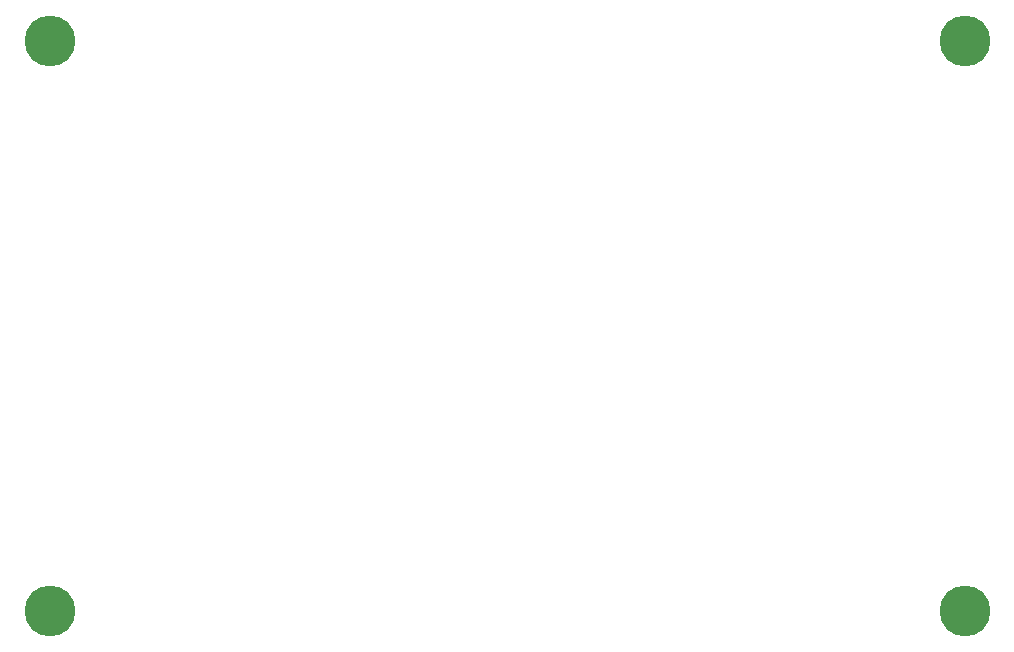
<source format=gbr>
%TF.GenerationSoftware,KiCad,Pcbnew,6.0.7-1.fc36*%
%TF.CreationDate,2022-09-04T22:08:56+02:00*%
%TF.ProjectId,Project,50726f6a-6563-4742-9e6b-696361645f70,rev?*%
%TF.SameCoordinates,Original*%
%TF.FileFunction,NonPlated,1,2,NPTH,Drill*%
%TF.FilePolarity,Positive*%
%FSLAX46Y46*%
G04 Gerber Fmt 4.6, Leading zero omitted, Abs format (unit mm)*
G04 Created by KiCad (PCBNEW 6.0.7-1.fc36) date 2022-09-04 22:08:56*
%MOMM*%
%LPD*%
G01*
G04 APERTURE LIST*
%TA.AperFunction,ComponentDrill*%
%ADD10C,4.300000*%
%TD*%
G04 APERTURE END LIST*
D10*
%TO.C,REF\u002A\u002A*%
X38100000Y-86360000D03*
X38100000Y-134620000D03*
X115570000Y-86360000D03*
X115570000Y-134620000D03*
M02*

</source>
